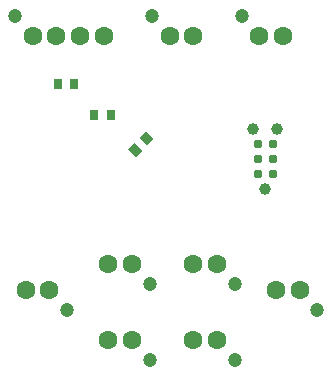
<source format=gbs>
G04 #@! TF.FileFunction,Soldermask,Bot*
%FSLAX46Y46*%
G04 Gerber Fmt 4.6, Leading zero omitted, Abs format (unit mm)*
G04 Created by KiCad (PCBNEW 4.0.2+e4-6225~38~ubuntu14.04.1-stable) date Tue 28 Jun 2016 16:40:41 BST*
%MOMM*%
G01*
G04 APERTURE LIST*
%ADD10C,0.100000*%
%ADD11C,1.200000*%
%ADD12C,1.600000*%
%ADD13C,0.787000*%
%ADD14C,1.000000*%
%ADD15R,0.750000X0.900000*%
G04 APERTURE END LIST*
D10*
D11*
X87500000Y-88200000D03*
D12*
X89000000Y-89900000D03*
X91000000Y-89900000D03*
X93000000Y-89900000D03*
X95000000Y-89900000D03*
D11*
X91900000Y-113100000D03*
D12*
X90400000Y-111400000D03*
X88400000Y-111400000D03*
D11*
X106100000Y-117300000D03*
D12*
X104600000Y-115600000D03*
X102600000Y-115600000D03*
D11*
X106700000Y-88200000D03*
D12*
X108200000Y-89900000D03*
X110200000Y-89900000D03*
D11*
X98900000Y-117300000D03*
D12*
X97400000Y-115600000D03*
X95400000Y-115600000D03*
D11*
X113100000Y-113100000D03*
D12*
X111600000Y-111400000D03*
X109600000Y-111400000D03*
D11*
X99100000Y-88200000D03*
D12*
X100600000Y-89900000D03*
X102600000Y-89900000D03*
D11*
X98900000Y-110900000D03*
D12*
X97400000Y-109200000D03*
X95400000Y-109200000D03*
D11*
X106100000Y-110900000D03*
D12*
X104600000Y-109200000D03*
X102600000Y-109200000D03*
D13*
X108060000Y-101570000D03*
X109330000Y-101570000D03*
X108060000Y-100300000D03*
X109330000Y-100300000D03*
X108060000Y-99030000D03*
X109330000Y-99030000D03*
D14*
X108695000Y-102840000D03*
X107679000Y-97760000D03*
X109711000Y-97760000D03*
D15*
X95600000Y-96600000D03*
X94200000Y-96600000D03*
D10*
G36*
X98611612Y-97951992D02*
X99248008Y-98588388D01*
X98717678Y-99118718D01*
X98081282Y-98482322D01*
X98611612Y-97951992D01*
X98611612Y-97951992D01*
G37*
G36*
X97621662Y-98941942D02*
X98258058Y-99578338D01*
X97727728Y-100108668D01*
X97091332Y-99472272D01*
X97621662Y-98941942D01*
X97621662Y-98941942D01*
G37*
D15*
X91100000Y-93900000D03*
X92500000Y-93900000D03*
M02*

</source>
